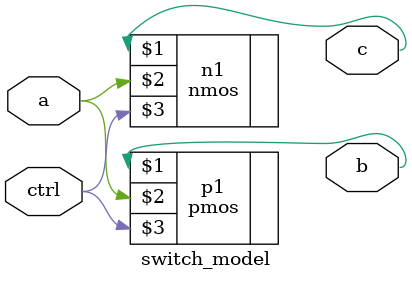
<source format=v>
module switch_model (
  input a, ctrl,
  output b, c);  
  pmos p1(b,a, ctrl);
  nmos n1(c,a, ctrl);  
endmodule

</source>
